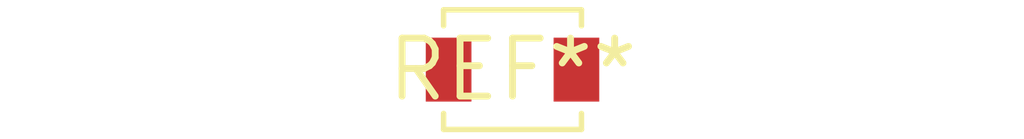
<source format=kicad_pcb>
(kicad_pcb (version 20240108) (generator pcbnew)
  (layers (0 "F.Cu" signal) (31 "B.Cu" signal) (34 "B.Paste" user) (35 "F.Paste" user) (36 "B.SilkS" user "B.Silkscreen") (37 "F.SilkS" user "F.Silkscreen") (38 "B.Mask" user) (39 "F.Mask" user) (44 "Edge.Cuts" user))
  (net 0 "")
  (footprint "L_Wuerth_WE-GF-1210" (layer "F.Cu") (at 0 0)
    (property "Reference" "REF**")
    (property "Value" "L_Wuerth_WE-GF-1210")
    (fp_line (start -1.51 -1.31) (end -1.51 -0.96) (layer "F.SilkS") (stroke (width 0.12)))
    (fp_line (start -1.51 -1.31) (end 1.51 -1.31) (layer "F.SilkS") (stroke (width 0.12)))
    (fp_line (start -1.51 0.96) (end -1.51 1.31) (layer "F.SilkS") (stroke (width 0.12)))
    (fp_line (start -1.51 1.31) (end 1.51 1.31) (layer "F.SilkS") (stroke (width 0.12)))
    (fp_line (start 1.51 -1.31) (end 1.51 -0.96) (layer "F.SilkS") (stroke (width 0.12)))
    (fp_line (start 1.51 0.96) (end 1.51 1.31) (layer "F.SilkS") (stroke (width 0.12)))
    (pad "1" smd rect (at -1.4 0) (size 1 1.4) (layers "F.Cu" "F.Paste" "F.Mask"))
    (pad "2" smd rect (at 1.4 0) (size 1 1.4) (layers "F.Cu" "F.Paste" "F.Mask"))
  )
)
</source>
